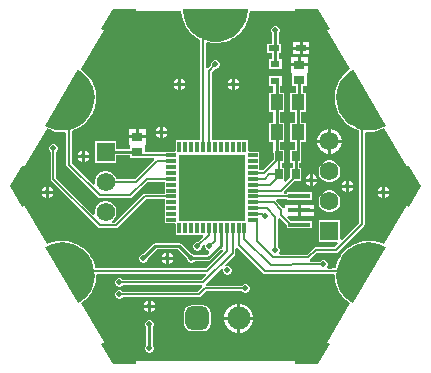
<source format=gbl>
G04*
G04 #@! TF.GenerationSoftware,Altium Limited,Altium Designer,25.8.1 (18)*
G04*
G04 Layer_Physical_Order=2*
G04 Layer_Color=16711680*
%FSLAX44Y44*%
%MOMM*%
G71*
G04*
G04 #@! TF.SameCoordinates,49EF26A0-86A8-49CD-8BE6-FAAFDC87ECF6*
G04*
G04*
G04 #@! TF.FilePolarity,Positive*
G04*
G01*
G75*
%ADD16C,0.2540*%
%ADD21R,0.6400X0.8900*%
G04:AMPARAMS|DCode=22|XSize=1mm|YSize=1mm|CornerRadius=0.5mm|HoleSize=0mm|Usage=FLASHONLY|Rotation=300.000|XOffset=0mm|YOffset=0mm|HoleType=Round|Shape=RoundedRectangle|*
%AMROUNDEDRECTD22*
21,1,1.0000,0.0000,0,0,300.0*
21,1,0.0000,1.0000,0,0,300.0*
1,1,1.0000,0.0000,0.0000*
1,1,1.0000,0.0000,0.0000*
1,1,1.0000,0.0000,0.0000*
1,1,1.0000,0.0000,0.0000*
%
%ADD22ROUNDEDRECTD22*%
G04:AMPARAMS|DCode=23|XSize=1mm|YSize=1mm|CornerRadius=0.5mm|HoleSize=0mm|Usage=FLASHONLY|Rotation=60.000|XOffset=0mm|YOffset=0mm|HoleType=Round|Shape=RoundedRectangle|*
%AMROUNDEDRECTD23*
21,1,1.0000,0.0000,0,0,60.0*
21,1,0.0000,1.0000,0,0,60.0*
1,1,1.0000,0.0000,0.0000*
1,1,1.0000,0.0000,0.0000*
1,1,1.0000,0.0000,0.0000*
1,1,1.0000,0.0000,0.0000*
%
%ADD23ROUNDEDRECTD23*%
G04:AMPARAMS|DCode=24|XSize=1mm|YSize=1mm|CornerRadius=0.5mm|HoleSize=0mm|Usage=FLASHONLY|Rotation=180.000|XOffset=0mm|YOffset=0mm|HoleType=Round|Shape=RoundedRectangle|*
%AMROUNDEDRECTD24*
21,1,1.0000,0.0000,0,0,180.0*
21,1,0.0000,1.0000,0,0,180.0*
1,1,1.0000,0.0000,0.0000*
1,1,1.0000,0.0000,0.0000*
1,1,1.0000,0.0000,0.0000*
1,1,1.0000,0.0000,0.0000*
%
%ADD24ROUNDEDRECTD24*%
%ADD32R,1.5900X1.5900*%
%ADD33C,1.5900*%
%ADD36C,1.5700*%
%ADD37R,1.5700X1.5700*%
%ADD38C,0.2032*%
%ADD39C,1.9500*%
G04:AMPARAMS|DCode=40|XSize=1.95mm|YSize=1.95mm|CornerRadius=0.4875mm|HoleSize=0mm|Usage=FLASHONLY|Rotation=0.000|XOffset=0mm|YOffset=0mm|HoleType=Round|Shape=RoundedRectangle|*
%AMROUNDEDRECTD40*
21,1,1.9500,0.9750,0,0,0.0*
21,1,0.9750,1.9500,0,0,0.0*
1,1,0.9750,0.4875,-0.4875*
1,1,0.9750,-0.4875,-0.4875*
1,1,0.9750,-0.4875,0.4875*
1,1,0.9750,0.4875,0.4875*
%
%ADD40ROUNDEDRECTD40*%
%ADD41C,0.5000*%
%ADD42R,0.9000X0.5000*%
%ADD43R,0.9500X0.8000*%
%ADD44R,1.9000X0.4001*%
%ADD45R,5.7000X5.7000*%
%ADD46R,0.8500X0.3000*%
%ADD47R,1.0922X1.3970*%
%ADD48R,0.8000X0.6000*%
%ADD49R,0.3000X0.8500*%
G36*
X27480Y150538D02*
X27520Y148348D01*
X26904Y144010D01*
X25609Y139824D01*
X23669Y135896D01*
X21131Y132324D01*
X18060Y129199D01*
X14534Y126599D01*
X10640Y124590D01*
X6478Y123222D01*
X2152Y122530D01*
X-2230Y122532D01*
X-6556Y123226D01*
X-10717Y124597D01*
X-14609Y126608D01*
X-18134Y129210D01*
X-21203Y132337D01*
X-23738Y135911D01*
X-25676Y139840D01*
X-26968Y144027D01*
X-27581Y148365D01*
X-27541Y150555D01*
X-27541Y150555D01*
X27480Y150538D01*
D02*
G37*
G36*
X96781Y133322D02*
X95288Y132410D01*
X94783Y132214D01*
X113854Y99181D01*
X113822Y99102D01*
X110372Y96402D01*
X110315Y96302D01*
X110211Y96254D01*
X107231Y93042D01*
X107191Y92934D01*
X107096Y92871D01*
X104662Y89228D01*
X104640Y89115D01*
X104555Y89037D01*
X102729Y85055D01*
X102724Y84940D01*
X102654Y84850D01*
X101480Y80629D01*
X101494Y80515D01*
X101438Y80414D01*
X100947Y76061D01*
X100979Y75950D01*
X100940Y75843D01*
X101144Y71466D01*
X101193Y71362D01*
X101172Y71249D01*
X102066Y66960D01*
X102130Y66866D01*
X102127Y66751D01*
X103688Y62657D01*
X103767Y62574D01*
X103782Y62460D01*
X105971Y58665D01*
X106062Y58595D01*
X106095Y58485D01*
X108858Y55085D01*
X108959Y55030D01*
X109008Y54927D01*
X112274Y52006D01*
X112382Y51968D01*
X112448Y51874D01*
X116134Y49507D01*
X116247Y49486D01*
X116327Y49404D01*
X120342Y47649D01*
X120456Y47647D01*
X120548Y47578D01*
X121570Y47314D01*
Y-30682D01*
X107148Y-45105D01*
X105740Y-44521D01*
Y-28880D01*
X87300D01*
Y-47320D01*
X102942D01*
X103525Y-48728D01*
X100704Y-51549D01*
X84876D01*
X83984Y-51726D01*
X83228Y-52231D01*
X77554Y-57905D01*
X54562D01*
X53930Y-56381D01*
X53996Y-56315D01*
X54570Y-54930D01*
Y-53430D01*
X53996Y-52045D01*
X53131Y-51179D01*
Y-27248D01*
X54655Y-26650D01*
X60350Y-32345D01*
Y-35589D01*
X81890D01*
Y-29049D01*
X63646D01*
X60866Y-26268D01*
X61449Y-24860D01*
X69850D01*
Y-20320D01*
Y-15780D01*
X59080D01*
Y-18251D01*
X57556Y-18714D01*
X57528Y-18672D01*
X51271Y-12415D01*
X51902Y-10891D01*
X60350D01*
Y-11591D01*
X81890D01*
Y-5051D01*
X60350D01*
Y-6229D01*
X58272D01*
X57641Y-4705D01*
X66786Y4440D01*
X72430D01*
Y15880D01*
X70550D01*
Y19680D01*
X72430D01*
Y27640D01*
X72624Y27930D01*
X72821Y28921D01*
Y37465D01*
X76962D01*
Y53975D01*
X72821D01*
Y62865D01*
X76962D01*
Y79375D01*
X73710D01*
Y85000D01*
X77140D01*
Y94706D01*
X77140Y95540D01*
X78378Y96230D01*
X78410D01*
Y101500D01*
X71120D01*
Y102770D01*
D01*
Y101500D01*
X63830D01*
Y96230D01*
X63862D01*
X65100Y95540D01*
X65100Y94706D01*
Y85000D01*
X68530D01*
Y79375D01*
X63500D01*
Y62865D01*
X67641D01*
Y53975D01*
X63500D01*
Y37465D01*
X67641D01*
Y31120D01*
X63490D01*
Y19680D01*
X65370D01*
Y15880D01*
X63490D01*
Y7736D01*
X59784Y4031D01*
X58430Y4832D01*
Y15880D01*
X56291D01*
Y19680D01*
X58430D01*
Y31120D01*
X54279D01*
Y37465D01*
X58420D01*
Y53975D01*
X54279D01*
Y62865D01*
X58420D01*
Y79375D01*
X54279D01*
Y85250D01*
X56070D01*
Y93790D01*
X45530D01*
Y85250D01*
X49099D01*
Y79375D01*
X44958D01*
Y62865D01*
X49099D01*
Y53975D01*
X44958D01*
Y37465D01*
X49099D01*
Y28921D01*
X49296Y27930D01*
X49490Y27640D01*
Y22976D01*
X40285Y13771D01*
X37040D01*
Y18670D01*
Y29210D01*
X28060D01*
Y29980D01*
X27290D01*
Y38960D01*
X-3149D01*
Y96855D01*
X-474Y99530D01*
X750D01*
X2136Y100104D01*
X3196Y101165D01*
X3770Y102550D01*
Y104050D01*
X3196Y105435D01*
X2136Y106496D01*
X750Y107070D01*
X-750D01*
X-2136Y106496D01*
X-3196Y105435D01*
X-3770Y104050D01*
Y102826D01*
X-6625Y99971D01*
X-8149Y100602D01*
Y121079D01*
X-7445Y121588D01*
X-6988Y121779D01*
X-6625Y121845D01*
X-2448Y121174D01*
X-2336Y121201D01*
X-2230Y121157D01*
X2151Y121156D01*
X2257Y121200D01*
X2369Y121173D01*
X6695Y121865D01*
X6793Y121925D01*
X6907Y121916D01*
X11070Y123284D01*
X11157Y123359D01*
X11271Y123368D01*
X15164Y125378D01*
X15238Y125465D01*
X15350Y125493D01*
X18876Y128092D01*
X18936Y128191D01*
X19041Y128236D01*
X22112Y131361D01*
X22155Y131467D01*
X22252Y131528D01*
X24790Y135100D01*
X24815Y135211D01*
X24901Y135287D01*
X26842Y139215D01*
X26849Y139330D01*
X26923Y139418D01*
X28217Y143604D01*
X28206Y143718D01*
X28265Y143817D01*
X28881Y148154D01*
X28912Y148195D01*
X67145D01*
X67059Y148751D01*
X67106Y150500D01*
X86888D01*
X96781Y133322D01*
D02*
G37*
G36*
X144082Y51421D02*
X142205Y50292D01*
X138140Y48656D01*
X133868Y47684D01*
X129496Y47400D01*
X125134Y47812D01*
X120892Y48909D01*
X116877Y50663D01*
X113190Y53031D01*
X109925Y55951D01*
X107162Y59352D01*
X104973Y63147D01*
X103411Y67241D01*
X102517Y71530D01*
X102313Y75907D01*
X102804Y80260D01*
X103978Y84482D01*
X105805Y88464D01*
X108239Y92107D01*
X111219Y95319D01*
X114669Y98019D01*
X116586Y99079D01*
X116586D01*
X144082Y51421D01*
D02*
G37*
G36*
X142825Y49002D02*
X161906Y15952D01*
X162322Y16285D01*
X163860Y17118D01*
X163860Y17118D01*
X173750Y-13D01*
X163820Y-17170D01*
X162284Y-16333D01*
X161876Y-16004D01*
X142786Y-49069D01*
X142764Y-49072D01*
X138701Y-47434D01*
X138586Y-47435D01*
X138492Y-47369D01*
X134221Y-46394D01*
X134108Y-46413D01*
X134005Y-46363D01*
X129633Y-46076D01*
X129524Y-46113D01*
X129415Y-46079D01*
X125053Y-46488D01*
X124951Y-46542D01*
X124838Y-46526D01*
X120595Y-47620D01*
X120504Y-47689D01*
X120389Y-47691D01*
X116373Y-49443D01*
X116293Y-49525D01*
X116180Y-49546D01*
X112492Y-51911D01*
X112427Y-52005D01*
X112318Y-52043D01*
X109051Y-54961D01*
X109001Y-55065D01*
X108900Y-55119D01*
X106136Y-58518D01*
X106103Y-58628D01*
X106012Y-58698D01*
X103820Y-62492D01*
X103805Y-62605D01*
X103726Y-62689D01*
X102162Y-66781D01*
X102165Y-66896D01*
X102101Y-66991D01*
X101624Y-69270D01*
X99743D01*
X98851Y-69448D01*
X98376Y-69765D01*
X95202D01*
X94570Y-68241D01*
X94636Y-68176D01*
X95210Y-66790D01*
Y-65290D01*
X94636Y-63905D01*
X93575Y-62844D01*
X92190Y-62270D01*
X90690D01*
X89305Y-62844D01*
X88439Y-63709D01*
X79993D01*
X79717Y-62185D01*
X80168Y-61884D01*
X85842Y-56210D01*
X101670D01*
X102561Y-56033D01*
X103318Y-55528D01*
X125549Y-33296D01*
X126055Y-32540D01*
X126232Y-31648D01*
Y45196D01*
X127359Y46221D01*
X129367Y46032D01*
X129476Y46066D01*
X129585Y46029D01*
X133957Y46312D01*
X134060Y46363D01*
X134173Y46344D01*
X138445Y47316D01*
X138539Y47382D01*
X138653Y47381D01*
X142718Y49016D01*
X142825Y49002D01*
D02*
G37*
G36*
X-114685Y97957D02*
X-111236Y95255D01*
X-108259Y92041D01*
X-105827Y88396D01*
X-104003Y84413D01*
X-102831Y80191D01*
X-102343Y75837D01*
X-102550Y71460D01*
X-103447Y67172D01*
X-105011Y63079D01*
X-107202Y59285D01*
X-109967Y55886D01*
X-113234Y52968D01*
X-116923Y50602D01*
X-120939Y48851D01*
X-125181Y47757D01*
X-129543Y47348D01*
X-133915Y47634D01*
X-138187Y48609D01*
X-142250Y50247D01*
X-144127Y51377D01*
X-144127Y51377D01*
X-116601Y99018D01*
X-114685Y97957D01*
D02*
G37*
G36*
X-67041Y150492D02*
X-66999Y148743D01*
X-67084Y148195D01*
X-28960D01*
X-28942Y148172D01*
X-28329Y143834D01*
X-28271Y143736D01*
X-28282Y143621D01*
X-26990Y139435D01*
X-26917Y139347D01*
X-26909Y139232D01*
X-24971Y135303D01*
X-24885Y135227D01*
X-24860Y135115D01*
X-22324Y131542D01*
X-22227Y131481D01*
X-22184Y131375D01*
X-19115Y128247D01*
X-19010Y128203D01*
X-18951Y128104D01*
X-15426Y125502D01*
X-15315Y125475D01*
X-15240Y125387D01*
X-12811Y124131D01*
Y38960D01*
X-33250D01*
Y29980D01*
X-34020D01*
Y29210D01*
X-43000D01*
Y28771D01*
X-60020D01*
X-60020Y34580D01*
X-58782Y35270D01*
X-58750D01*
Y40540D01*
X-73330D01*
Y35270D01*
X-73298D01*
X-72060Y34580D01*
X-72060Y33746D01*
Y31692D01*
X-83883D01*
Y38222D01*
X-102123D01*
Y19982D01*
X-83883D01*
Y26513D01*
X-72060D01*
Y24040D01*
X-60020D01*
Y24109D01*
X-52462D01*
X-51831Y22585D01*
X-68383Y6033D01*
X-84186D01*
X-84505Y7222D01*
X-85706Y9302D01*
X-87404Y11000D01*
X-89483Y12201D01*
X-91803Y12822D01*
X-94204D01*
X-96524Y12201D01*
X-98603Y11000D01*
X-100301Y9302D01*
X-101502Y7222D01*
X-102123Y4903D01*
Y2502D01*
X-101992Y2012D01*
X-103359Y1223D01*
X-121570Y19435D01*
Y47268D01*
X-120595Y47520D01*
X-120504Y47589D01*
X-120389Y47591D01*
X-116373Y49342D01*
X-116293Y49425D01*
X-116181Y49445D01*
X-112492Y51810D01*
X-112427Y51905D01*
X-112319Y51942D01*
X-109051Y54861D01*
X-109001Y54964D01*
X-108900Y55019D01*
X-106136Y58418D01*
X-106103Y58528D01*
X-106012Y58598D01*
X-103820Y62391D01*
X-103805Y62505D01*
X-103727Y62588D01*
X-102163Y66681D01*
X-102166Y66796D01*
X-102101Y66890D01*
X-101204Y71179D01*
X-101226Y71292D01*
X-101177Y71396D01*
X-100970Y75772D01*
X-101009Y75880D01*
X-100977Y75990D01*
X-101465Y80344D01*
X-101521Y80444D01*
X-101507Y80558D01*
X-102678Y84780D01*
X-102748Y84871D01*
X-102753Y84985D01*
X-104577Y88969D01*
X-104661Y89047D01*
X-104683Y89159D01*
X-107115Y92804D01*
X-107210Y92867D01*
X-107250Y92975D01*
X-110228Y96189D01*
X-110332Y96237D01*
X-110388Y96337D01*
X-113837Y99039D01*
X-113878Y99139D01*
X-94752Y132267D01*
X-95265Y132467D01*
X-96756Y133382D01*
X-96756Y133382D01*
X-86865Y150513D01*
X-67041Y150492D01*
D02*
G37*
G36*
X-138701Y47334D02*
X-138586Y47335D01*
X-138493Y47268D01*
X-134221Y46294D01*
X-134108Y46313D01*
X-134005Y46262D01*
X-129633Y45976D01*
X-129525Y46013D01*
X-129415Y45979D01*
X-127359Y46172D01*
X-126232Y45146D01*
Y18470D01*
X-126055Y17578D01*
X-125549Y16822D01*
X-99376Y-9352D01*
X-98620Y-9857D01*
X-97728Y-10034D01*
X-72358D01*
X-71466Y-9857D01*
X-70710Y-9352D01*
X-57305Y4053D01*
X-43000D01*
Y-6229D01*
X-59360D01*
X-60252Y-6407D01*
X-61008Y-6912D01*
X-84869Y-30773D01*
X-87434D01*
X-87843Y-29249D01*
X-87404Y-28995D01*
X-85706Y-27297D01*
X-84505Y-25218D01*
X-83883Y-22898D01*
Y-20497D01*
X-84505Y-18177D01*
X-85706Y-16098D01*
X-87404Y-14400D01*
X-89483Y-13199D01*
X-91803Y-12578D01*
X-94204D01*
X-96524Y-13199D01*
X-98603Y-14400D01*
X-100301Y-16098D01*
X-101502Y-18177D01*
X-102123Y-20497D01*
Y-22898D01*
X-101992Y-23388D01*
X-103359Y-24177D01*
X-134829Y7294D01*
Y29179D01*
X-133964Y30045D01*
X-133390Y31430D01*
Y32930D01*
X-133964Y34316D01*
X-135024Y35376D01*
X-136410Y35950D01*
X-137910D01*
X-139296Y35376D01*
X-140356Y34316D01*
X-140930Y32930D01*
Y31430D01*
X-140356Y30045D01*
X-139491Y29179D01*
Y6328D01*
X-139313Y5436D01*
X-138808Y4680D01*
X-99376Y-34752D01*
X-98620Y-35257D01*
X-97728Y-35434D01*
X-83904D01*
X-83012Y-35257D01*
X-82255Y-34752D01*
X-58395Y-10891D01*
X-43000D01*
Y-21330D01*
Y-31330D01*
X-34020D01*
Y-32100D01*
X-33250D01*
Y-41080D01*
X-10807D01*
X-10224Y-42488D01*
X-14766Y-47030D01*
X-15990D01*
X-17376Y-47604D01*
X-18436Y-48664D01*
X-19010Y-50050D01*
Y-51550D01*
X-18436Y-52936D01*
X-17376Y-53996D01*
X-15990Y-54570D01*
X-14490D01*
X-13104Y-53996D01*
X-12044Y-52936D01*
X-11470Y-51550D01*
Y-50326D01*
X-10009Y-48865D01*
X-8717Y-49728D01*
X-8850Y-50050D01*
Y-51550D01*
X-8276Y-52936D01*
X-7215Y-53996D01*
X-5830Y-54570D01*
X-5744D01*
X-5113Y-56094D01*
X-7389Y-58370D01*
X-17578D01*
X-18184Y-57764D01*
X-19570Y-57190D01*
X-20427D01*
X-28649Y-48969D01*
X-29489Y-48407D01*
X-30480Y-48210D01*
X-50800D01*
X-51791Y-48407D01*
X-52631Y-48969D01*
X-60852Y-57190D01*
X-61710D01*
X-63095Y-57764D01*
X-64156Y-58825D01*
X-64730Y-60210D01*
Y-61710D01*
X-64156Y-63095D01*
X-63095Y-64156D01*
X-61710Y-64730D01*
X-60210D01*
X-58825Y-64156D01*
X-57764Y-63095D01*
X-57190Y-61710D01*
Y-60852D01*
X-49727Y-53390D01*
X-31553D01*
X-24090Y-60852D01*
Y-61710D01*
X-23516Y-63095D01*
X-22455Y-64156D01*
X-21070Y-64730D01*
X-19570D01*
X-18184Y-64156D01*
X-17578Y-63550D01*
X-6316D01*
X-5325Y-63353D01*
X-4485Y-62791D01*
X4757Y-53549D01*
X6401Y-54060D01*
X6508Y-54640D01*
X-8022Y-69170D01*
X-101605D01*
X-102066Y-66960D01*
X-102130Y-66866D01*
X-102127Y-66751D01*
X-103688Y-62657D01*
X-103767Y-62574D01*
X-103782Y-62460D01*
X-105972Y-58665D01*
X-106062Y-58595D01*
X-106095Y-58485D01*
X-108858Y-55085D01*
X-108959Y-55030D01*
X-109008Y-54927D01*
X-112274Y-52006D01*
X-112382Y-51968D01*
X-112448Y-51874D01*
X-116134Y-49507D01*
X-116247Y-49486D01*
X-116327Y-49404D01*
X-120342Y-47649D01*
X-120456Y-47647D01*
X-120548Y-47578D01*
X-124790Y-46481D01*
X-124903Y-46497D01*
X-125005Y-46444D01*
X-129367Y-46032D01*
X-129476Y-46066D01*
X-129585Y-46029D01*
X-133957Y-46312D01*
X-134060Y-46363D01*
X-134173Y-46344D01*
X-138445Y-47316D01*
X-138539Y-47382D01*
X-138653Y-47381D01*
X-142718Y-49016D01*
X-142825Y-49002D01*
X-161906Y-15952D01*
X-162322Y-16285D01*
X-163860Y-17118D01*
Y-17118D01*
X-173750Y13D01*
X-163820Y17170D01*
X-162284Y16333D01*
X-161876Y16004D01*
X-142849Y48960D01*
X-142764Y48972D01*
X-138701Y47334D01*
D02*
G37*
G36*
X39968Y-73744D02*
X40724Y-74249D01*
X41616Y-74427D01*
X99249D01*
X99515Y-74374D01*
X100806Y-75246D01*
X100987Y-75517D01*
X100970Y-75872D01*
X101009Y-75980D01*
X100977Y-76090D01*
X101465Y-80444D01*
X101521Y-80545D01*
X101507Y-80659D01*
X102678Y-84881D01*
X102748Y-84971D01*
X102753Y-85085D01*
X104577Y-89069D01*
X104661Y-89147D01*
X104683Y-89259D01*
X107115Y-92904D01*
X107210Y-92968D01*
X107250Y-93075D01*
X110228Y-96289D01*
X110332Y-96337D01*
X110388Y-96437D01*
X113837Y-99139D01*
X113854Y-99181D01*
X94752Y-132267D01*
X95265Y-132467D01*
X96756Y-133382D01*
X86865Y-150513D01*
X67041Y-150492D01*
X66999Y-148743D01*
X67084Y-148195D01*
X-67145D01*
X-67059Y-148751D01*
X-67106Y-150500D01*
Y-150500D01*
X-86888D01*
X-96781Y-133322D01*
X-95288Y-132410D01*
X-94783Y-132214D01*
X-113854Y-99181D01*
X-113822Y-99102D01*
X-110372Y-96402D01*
X-110315Y-96302D01*
X-110211Y-96254D01*
X-107231Y-93042D01*
X-107191Y-92934D01*
X-107096Y-92871D01*
X-104662Y-89228D01*
X-104640Y-89115D01*
X-104556Y-89037D01*
X-102729Y-85055D01*
X-102724Y-84940D01*
X-102654Y-84850D01*
X-101480Y-80629D01*
X-101494Y-80515D01*
X-101438Y-80414D01*
X-100947Y-76061D01*
X-100979Y-75950D01*
X-100940Y-75843D01*
X-100983Y-74934D01*
X-99930Y-73832D01*
X-8373D01*
X-7742Y-75356D01*
X-11335Y-78949D01*
X-78279D01*
X-79145Y-78084D01*
X-80530Y-77510D01*
X-82030D01*
X-83415Y-78084D01*
X-84476Y-79145D01*
X-85050Y-80530D01*
Y-82030D01*
X-84476Y-83415D01*
X-83415Y-84476D01*
X-82030Y-85050D01*
X-80530D01*
X-79145Y-84476D01*
X-78279Y-83611D01*
X-11653D01*
X-11055Y-85135D01*
X-15029Y-89109D01*
X-78279D01*
X-79145Y-88244D01*
X-80530Y-87670D01*
X-82030D01*
X-83415Y-88244D01*
X-84476Y-89305D01*
X-85050Y-90690D01*
Y-92190D01*
X-84476Y-93575D01*
X-83415Y-94636D01*
X-82030Y-95210D01*
X-80530D01*
X-79145Y-94636D01*
X-78279Y-93771D01*
X-14064D01*
X-13172Y-93593D01*
X-12416Y-93088D01*
X-8019Y-88691D01*
X22399D01*
X23265Y-89556D01*
X24650Y-90130D01*
X26150D01*
X27536Y-89556D01*
X28596Y-88496D01*
X29170Y-87110D01*
Y-85610D01*
X28596Y-84225D01*
X27536Y-83164D01*
X26150Y-82590D01*
X24650D01*
X23265Y-83164D01*
X22399Y-84029D01*
X-7701D01*
X-8299Y-82505D01*
X5380Y-68827D01*
X6672Y-69690D01*
X6390Y-70370D01*
Y-71870D01*
X6964Y-73256D01*
X8025Y-74316D01*
X9410Y-74890D01*
X10910D01*
X12296Y-74316D01*
X13356Y-73256D01*
X13930Y-71870D01*
Y-70370D01*
X13356Y-68984D01*
X12296Y-67924D01*
X10910Y-67350D01*
X9410D01*
X8730Y-67632D01*
X7867Y-66340D01*
X16168Y-58038D01*
X16673Y-57282D01*
X16851Y-56390D01*
Y-52782D01*
X18375Y-52151D01*
X39968Y-73744D01*
D02*
G37*
G36*
X-125134Y-47812D02*
X-120892Y-48909D01*
X-116877Y-50663D01*
X-113190Y-53031D01*
X-109925Y-55951D01*
X-107162Y-59352D01*
X-104973Y-63147D01*
X-103411Y-67241D01*
X-102517Y-71530D01*
X-102313Y-75907D01*
X-102804Y-80260D01*
X-103978Y-84482D01*
X-105805Y-88464D01*
X-108239Y-92107D01*
X-111219Y-95319D01*
X-114669Y-98019D01*
X-116586Y-99079D01*
Y-99079D01*
X-144082Y-51421D01*
X-142205Y-50292D01*
X-138140Y-48656D01*
X-133868Y-47684D01*
X-129496Y-47401D01*
X-125134Y-47812D01*
D02*
G37*
G36*
X133915Y-47734D02*
X138187Y-48709D01*
X142250Y-50347D01*
X144127Y-51477D01*
X116601Y-99118D01*
X114685Y-98057D01*
X111236Y-95355D01*
X108258Y-92141D01*
X105827Y-88497D01*
X104002Y-84513D01*
X102831Y-80291D01*
X102343Y-75937D01*
X102550Y-71561D01*
X103446Y-67272D01*
X105010Y-63179D01*
X107202Y-59386D01*
X109967Y-55987D01*
X113234Y-53068D01*
X116922Y-50703D01*
X120938Y-48951D01*
X125181Y-47857D01*
X129543Y-47448D01*
X133915Y-47734D01*
D02*
G37*
%LPC*%
G36*
X79500Y121880D02*
X73730D01*
Y118110D01*
X79500D01*
Y121880D01*
D02*
G37*
G36*
X71190D02*
X65420D01*
Y118110D01*
X71190D01*
Y121880D01*
D02*
G37*
G36*
X79500Y115570D02*
X73730D01*
Y111800D01*
X79500D01*
Y115570D01*
D02*
G37*
G36*
X71190D02*
X65420D01*
Y111800D01*
X71190D01*
Y115570D01*
D02*
G37*
G36*
X78410Y109310D02*
X72390D01*
Y104040D01*
X78410D01*
Y109310D01*
D02*
G37*
G36*
X69850D02*
X63830D01*
Y104040D01*
X69850D01*
Y109310D01*
D02*
G37*
G36*
X51550Y135850D02*
X50050D01*
X48664Y135276D01*
X47604Y134215D01*
X47030Y132830D01*
Y131330D01*
X47604Y129944D01*
X48210Y129338D01*
Y120610D01*
X43690D01*
Y113070D01*
X48210D01*
Y107790D01*
X45530D01*
Y99250D01*
X56070D01*
Y107790D01*
X53390D01*
Y113070D01*
X55230D01*
Y120610D01*
X53390D01*
Y129338D01*
X53996Y129944D01*
X54570Y131330D01*
Y132830D01*
X53996Y134215D01*
X52936Y135276D01*
X51550Y135850D01*
D02*
G37*
G36*
X16510Y91289D02*
Y87630D01*
X20169D01*
X19513Y89215D01*
X18095Y90633D01*
X16510Y91289D01*
D02*
G37*
G36*
X13970D02*
X12385Y90633D01*
X10967Y89215D01*
X10311Y87630D01*
X13970D01*
Y91289D01*
D02*
G37*
G36*
X20169Y85090D02*
X16510D01*
Y81431D01*
X18095Y82087D01*
X19513Y83505D01*
X20169Y85090D01*
D02*
G37*
G36*
X13970D02*
X10311D01*
X10967Y83505D01*
X12385Y82087D01*
X13970Y81431D01*
Y85090D01*
D02*
G37*
G36*
X97901Y48590D02*
X97790D01*
Y39370D01*
X107010D01*
Y39481D01*
X106295Y42149D01*
X104914Y44541D01*
X102961Y46494D01*
X100569Y47875D01*
X97901Y48590D01*
D02*
G37*
G36*
X95250D02*
X95139D01*
X92471Y47875D01*
X90079Y46494D01*
X88126Y44541D01*
X86745Y42149D01*
X86030Y39481D01*
Y39370D01*
X95250D01*
Y48590D01*
D02*
G37*
G36*
X107010Y36830D02*
X97790D01*
Y27610D01*
X97901D01*
X100569Y28325D01*
X102961Y29706D01*
X104914Y31659D01*
X106295Y34051D01*
X107010Y36719D01*
Y36830D01*
D02*
G37*
G36*
X95250D02*
X86030D01*
Y36719D01*
X86745Y34051D01*
X88126Y31659D01*
X90079Y29706D01*
X92471Y28325D01*
X95139Y27610D01*
X95250D01*
Y36830D01*
D02*
G37*
G36*
X82465Y10228D02*
Y6568D01*
X86124D01*
X85468Y8153D01*
X84050Y9571D01*
X82465Y10228D01*
D02*
G37*
G36*
X79925D02*
X78340Y9571D01*
X76922Y8153D01*
X76266Y6568D01*
X79925D01*
Y10228D01*
D02*
G37*
G36*
X97734Y21920D02*
X95306D01*
X92961Y21292D01*
X90859Y20078D01*
X89142Y18361D01*
X87928Y16259D01*
X87300Y13914D01*
Y11486D01*
X87928Y9141D01*
X89142Y7039D01*
X90859Y5322D01*
X92961Y4108D01*
X95306Y3480D01*
X97734D01*
X100079Y4108D01*
X102181Y5322D01*
X103898Y7039D01*
X105112Y9141D01*
X105740Y11486D01*
Y13914D01*
X105112Y16259D01*
X103898Y18361D01*
X102181Y20078D01*
X100079Y21292D01*
X97734Y21920D01*
D02*
G37*
G36*
X113030Y4929D02*
Y1270D01*
X116689D01*
X116033Y2855D01*
X114615Y4273D01*
X113030Y4929D01*
D02*
G37*
G36*
X110490D02*
X108905Y4273D01*
X107487Y2855D01*
X106831Y1270D01*
X110490D01*
Y4929D01*
D02*
G37*
G36*
X86124Y4028D02*
X82465D01*
Y369D01*
X84050Y1026D01*
X85468Y2444D01*
X86124Y4028D01*
D02*
G37*
G36*
X79925D02*
X76266D01*
X76922Y2444D01*
X78340Y1026D01*
X79925Y369D01*
Y4028D01*
D02*
G37*
G36*
X116689Y-1270D02*
X113030D01*
Y-4929D01*
X114615Y-4273D01*
X116033Y-2855D01*
X116689Y-1270D01*
D02*
G37*
G36*
X110490D02*
X106831D01*
X107487Y-2855D01*
X108905Y-4273D01*
X110490Y-4929D01*
Y-1270D01*
D02*
G37*
G36*
X83160Y-15780D02*
X72390D01*
Y-19050D01*
X83160D01*
Y-15780D01*
D02*
G37*
G36*
X97734Y-3480D02*
X95306D01*
X92961Y-4108D01*
X90859Y-5322D01*
X89142Y-7039D01*
X87928Y-9141D01*
X87300Y-11486D01*
Y-13914D01*
X87928Y-16259D01*
X89142Y-18361D01*
X90859Y-20078D01*
X92961Y-21292D01*
X95306Y-21920D01*
X97734D01*
X100079Y-21292D01*
X102181Y-20078D01*
X103898Y-18361D01*
X105112Y-16259D01*
X105740Y-13914D01*
Y-11486D01*
X105112Y-9141D01*
X103898Y-7039D01*
X102181Y-5322D01*
X100079Y-4108D01*
X97734Y-3480D01*
D02*
G37*
G36*
X83160Y-21590D02*
X72390D01*
Y-24860D01*
X83160D01*
Y-21590D01*
D02*
G37*
G36*
X143510Y-151D02*
Y-3810D01*
X147169D01*
X146513Y-2225D01*
X145095Y-807D01*
X143510Y-151D01*
D02*
G37*
G36*
X140970D02*
X139385Y-807D01*
X137967Y-2225D01*
X137311Y-3810D01*
X140970D01*
Y-151D01*
D02*
G37*
G36*
X147169Y-6350D02*
X143510D01*
Y-10009D01*
X145095Y-9353D01*
X146513Y-7935D01*
X147169Y-6350D01*
D02*
G37*
G36*
X140970D02*
X137311D01*
X137967Y-7935D01*
X139385Y-9353D01*
X140970Y-10009D01*
Y-6350D01*
D02*
G37*
G36*
X-29210Y91289D02*
Y87630D01*
X-25551D01*
X-26207Y89215D01*
X-27625Y90633D01*
X-29210Y91289D01*
D02*
G37*
G36*
X-31750D02*
X-33335Y90633D01*
X-34753Y89215D01*
X-35409Y87630D01*
X-31750D01*
Y91289D01*
D02*
G37*
G36*
X-25551Y85090D02*
X-29210D01*
Y81431D01*
X-27625Y82087D01*
X-26207Y83505D01*
X-25551Y85090D01*
D02*
G37*
G36*
X-31750D02*
X-35409D01*
X-34753Y83505D01*
X-33335Y82087D01*
X-31750Y81431D01*
Y85090D01*
D02*
G37*
G36*
X-44450Y50649D02*
Y46990D01*
X-40791D01*
X-41447Y48575D01*
X-42865Y49993D01*
X-44450Y50649D01*
D02*
G37*
G36*
X-46990D02*
X-48575Y49993D01*
X-49993Y48575D01*
X-50649Y46990D01*
X-46990D01*
Y50649D01*
D02*
G37*
G36*
X-58750Y48350D02*
X-64770D01*
Y43080D01*
X-58750D01*
Y48350D01*
D02*
G37*
G36*
X-67310D02*
X-73330D01*
Y43080D01*
X-67310D01*
Y48350D01*
D02*
G37*
G36*
X-40791Y44450D02*
X-44450D01*
Y40791D01*
X-42865Y41447D01*
X-41447Y42865D01*
X-40791Y44450D01*
D02*
G37*
G36*
X-46990D02*
X-50649D01*
X-49993Y42865D01*
X-48575Y41447D01*
X-46990Y40791D01*
Y44450D01*
D02*
G37*
G36*
X-110490Y30329D02*
Y26670D01*
X-106831D01*
X-107487Y28255D01*
X-108905Y29673D01*
X-110490Y30329D01*
D02*
G37*
G36*
X-113030D02*
X-114615Y29673D01*
X-116033Y28255D01*
X-116689Y26670D01*
X-113030D01*
Y30329D01*
D02*
G37*
G36*
X-106831Y24130D02*
X-110490D01*
Y20471D01*
X-108905Y21127D01*
X-107487Y22545D01*
X-106831Y24130D01*
D02*
G37*
G36*
X-113030D02*
X-116689D01*
X-116033Y22545D01*
X-114615Y21127D01*
X-113030Y20471D01*
Y24130D01*
D02*
G37*
G36*
X-140970Y-151D02*
Y-3810D01*
X-137311D01*
X-137967Y-2225D01*
X-139385Y-807D01*
X-140970Y-151D01*
D02*
G37*
G36*
X-143510D02*
X-145095Y-807D01*
X-146513Y-2225D01*
X-147169Y-3810D01*
X-143510D01*
Y-151D01*
D02*
G37*
G36*
X-137311Y-6350D02*
X-140970D01*
Y-10009D01*
X-139385Y-9353D01*
X-137967Y-7935D01*
X-137311Y-6350D01*
D02*
G37*
G36*
X-143510D02*
X-147169D01*
X-146513Y-7935D01*
X-145095Y-9353D01*
X-143510Y-10009D01*
Y-6350D01*
D02*
G37*
G36*
X-39370Y-56031D02*
Y-59690D01*
X-35711D01*
X-36367Y-58105D01*
X-37785Y-56687D01*
X-39370Y-56031D01*
D02*
G37*
G36*
X-41910D02*
X-43495Y-56687D01*
X-44913Y-58105D01*
X-45569Y-59690D01*
X-41910D01*
Y-56031D01*
D02*
G37*
G36*
X-35711Y-62230D02*
X-39370D01*
Y-65889D01*
X-37785Y-65233D01*
X-36367Y-63815D01*
X-35711Y-62230D01*
D02*
G37*
G36*
X-41910D02*
X-45569D01*
X-44913Y-63815D01*
X-43495Y-65233D01*
X-41910Y-65889D01*
Y-62230D01*
D02*
G37*
G36*
X-54610Y-96671D02*
Y-100330D01*
X-50951D01*
X-51607Y-98745D01*
X-53025Y-97327D01*
X-54610Y-96671D01*
D02*
G37*
G36*
X-57150D02*
X-58735Y-97327D01*
X-60153Y-98745D01*
X-60809Y-100330D01*
X-57150D01*
Y-96671D01*
D02*
G37*
G36*
X-50951Y-102870D02*
X-54610D01*
Y-106529D01*
X-53025Y-105873D01*
X-51607Y-104455D01*
X-50951Y-102870D01*
D02*
G37*
G36*
X-57150D02*
X-60809D01*
X-60153Y-104455D01*
X-58735Y-105873D01*
X-57150Y-106529D01*
Y-102870D01*
D02*
G37*
G36*
X21378Y-99470D02*
X21030D01*
Y-110490D01*
X32050D01*
Y-110142D01*
X31212Y-107016D01*
X29594Y-104214D01*
X27306Y-101926D01*
X24504Y-100308D01*
X21378Y-99470D01*
D02*
G37*
G36*
X18490D02*
X18142D01*
X15016Y-100308D01*
X12214Y-101926D01*
X9926Y-104214D01*
X8307Y-107016D01*
X7470Y-110142D01*
Y-110490D01*
X18490D01*
Y-99470D01*
D02*
G37*
G36*
X-10365Y-100620D02*
X-20115D01*
X-22513Y-101096D01*
X-24545Y-102455D01*
X-25903Y-104487D01*
X-26380Y-106885D01*
Y-116635D01*
X-25903Y-119033D01*
X-24545Y-121065D01*
X-22513Y-122423D01*
X-20115Y-122900D01*
X-10365D01*
X-7967Y-122423D01*
X-5935Y-121065D01*
X-4577Y-119033D01*
X-4100Y-116635D01*
Y-106885D01*
X-4577Y-104487D01*
X-5935Y-102455D01*
X-7967Y-101096D01*
X-10365Y-100620D01*
D02*
G37*
G36*
X32050Y-113030D02*
X21030D01*
Y-124050D01*
X21378D01*
X24504Y-123212D01*
X27306Y-121594D01*
X29594Y-119306D01*
X31212Y-116504D01*
X32050Y-113378D01*
Y-113030D01*
D02*
G37*
G36*
X18490D02*
X7470D01*
Y-113378D01*
X8307Y-116504D01*
X9926Y-119306D01*
X12214Y-121594D01*
X15016Y-123212D01*
X18142Y-124050D01*
X18490D01*
Y-113030D01*
D02*
G37*
G36*
X-55130Y-113070D02*
X-56630D01*
X-58015Y-113644D01*
X-59076Y-114705D01*
X-59650Y-116090D01*
Y-117590D01*
X-59076Y-118975D01*
X-58470Y-119582D01*
Y-134418D01*
X-59076Y-135024D01*
X-59650Y-136410D01*
Y-137910D01*
X-59076Y-139296D01*
X-58015Y-140356D01*
X-56630Y-140930D01*
X-55130D01*
X-53745Y-140356D01*
X-52684Y-139296D01*
X-52110Y-137910D01*
Y-136410D01*
X-52684Y-135024D01*
X-53290Y-134418D01*
Y-119582D01*
X-52684Y-118975D01*
X-52110Y-117590D01*
Y-116090D01*
X-52684Y-114705D01*
X-53745Y-113644D01*
X-55130Y-113070D01*
D02*
G37*
%LPD*%
D16*
X-66511Y122391D02*
X-66040Y121920D01*
X49460Y116840D02*
X49570D01*
X50800Y118070D01*
Y132080D01*
X-55880Y-137160D02*
Y-116840D01*
X-20320Y-60960D02*
X-6316D01*
X4520Y-50124D01*
Y-35560D01*
X-30480Y-50800D02*
X-20320Y-60960D01*
X-50800Y-50800D02*
X-30480D01*
X-60960Y-60960D02*
X-50800Y-50800D01*
X53960Y25400D02*
Y26650D01*
X51689Y28921D02*
X53960Y26650D01*
X51689Y28921D02*
Y45720D01*
X67960Y10160D02*
Y25400D01*
X70231Y28921D02*
Y45720D01*
Y71120D01*
X71120Y72009D02*
Y90270D01*
X50800Y103520D02*
Y115500D01*
X51689Y71120D02*
Y88631D01*
Y45720D02*
Y71120D01*
X-66248Y29102D02*
X-66040Y29310D01*
X-93003Y29102D02*
X-66248D01*
D21*
X67960Y10160D02*
D03*
X53960D02*
D03*
X67960Y25400D02*
D03*
X53960D02*
D03*
D22*
X165199Y0D02*
D03*
X-165199D02*
D03*
X-123901Y71501D02*
D03*
X123901Y-71601D02*
D03*
D23*
X82601Y-143101D02*
D03*
X-82601Y143101D02*
D03*
X0D02*
D03*
D24*
X82601D02*
D03*
X-82601Y-143101D02*
D03*
X-123901Y-71501D02*
D03*
X123901Y71501D02*
D03*
D32*
X96520Y-38100D02*
D03*
D33*
Y-12700D02*
D03*
Y12700D02*
D03*
Y38100D02*
D03*
D36*
X-93003Y-21698D02*
D03*
Y3702D02*
D03*
D37*
Y29102D02*
D03*
D38*
X64872Y-66040D02*
X91440D01*
X-480Y-46200D02*
Y-35560D01*
X-5080Y-50800D02*
X-480Y-46200D01*
X-14064Y-91440D02*
X-8984Y-86360D01*
X-81280Y-91440D02*
X-14064D01*
X-81280Y-81280D02*
X-10370D01*
X14520Y-56390D01*
X-7057Y-71501D02*
X9520Y-54925D01*
X-123901Y-71501D02*
X-7057D01*
X-15240Y-50800D02*
X-5480Y-41040D01*
X9520Y-54925D02*
Y-35560D01*
X14520Y-56390D02*
Y-35560D01*
X67960Y25400D02*
Y26650D01*
X70231Y28921D01*
Y71120D02*
X71120Y72009D01*
X49460Y116840D02*
X50800Y115500D01*
Y89520D02*
X51689Y88631D01*
X-137160Y6328D02*
Y32180D01*
Y6328D02*
X-97728Y-33104D01*
X-83904D01*
X-59360Y-8560D01*
X-37480D01*
X-72358Y-7704D02*
X-58270Y6384D01*
X-37536D01*
X-37480Y6440D01*
X-123901Y18470D02*
Y71501D01*
Y18470D02*
X-97728Y-7704D01*
X-72358D01*
X-5480Y97820D02*
X0Y103300D01*
X-5480Y33440D02*
Y97820D01*
X-10480Y132621D02*
X0Y143101D01*
X-10480Y33440D02*
Y132621D01*
X123901Y-31648D02*
Y71501D01*
X101670Y-53879D02*
X123901Y-31648D01*
X84876Y-53879D02*
X101670D01*
X78520Y-60236D02*
X84876Y-53879D01*
X48292Y-60236D02*
X78520D01*
X34754Y-46698D02*
X48292Y-60236D01*
X34754Y-46698D02*
Y-29044D01*
X34270Y-28560D02*
X34754Y-29044D01*
X31520Y-28560D02*
X34270D01*
X99743Y-71601D02*
X123901D01*
X99249Y-72096D02*
X99743Y-71601D01*
X41616Y-72096D02*
X99249D01*
X19520Y-50000D02*
X41616Y-72096D01*
X50800Y-54180D02*
Y-25969D01*
X-8984Y-86360D02*
X25400D01*
X24520Y-44840D02*
X46696Y-67016D01*
X63896D01*
X64872Y-66040D01*
X43447Y-18616D02*
X50800Y-25969D01*
X36116Y-18616D02*
X43447D01*
X36060Y-18560D02*
X36116Y-18616D01*
X31520Y-18560D02*
X36060D01*
X55880Y-24579D02*
X63620Y-32319D01*
X55880Y-24579D02*
Y-20320D01*
X19520Y-50000D02*
Y-35560D01*
X24520Y-44840D02*
Y-35560D01*
X40758Y-25295D02*
X41561D01*
X39024Y-23560D02*
X40758Y-25295D01*
X31520Y-23560D02*
X39024D01*
X63620Y-32319D02*
X71120D01*
X49120Y-13560D02*
X55880Y-20320D01*
X31520Y-13560D02*
X49120D01*
X70881Y-8560D02*
X71120Y-8321D01*
X31520Y-8560D02*
X70881D01*
X31520Y-3560D02*
X55490D01*
X67960Y8910D01*
Y10160D01*
X53960D02*
Y24150D01*
X31520Y1440D02*
X46490D01*
X53960Y8910D01*
X41250Y11440D02*
X53960Y24150D01*
X31520Y11440D02*
X41250D01*
X45720Y10160D02*
X53960D01*
X42000Y6440D02*
X45720Y10160D01*
X31520Y6440D02*
X42000D01*
X53960Y8910D02*
Y10160D01*
X-66040Y29310D02*
X-63170Y26440D01*
X-37480D01*
X-67418Y3702D02*
X-49736Y21384D01*
X-37536D02*
X-37480Y21440D01*
X-49736Y21384D02*
X-37536D01*
X-93003Y3702D02*
X-67418D01*
X-5480Y-41040D02*
Y-35560D01*
D39*
X19760Y-111760D02*
D03*
D40*
X-15240D02*
D03*
D41*
X81195Y5298D02*
D03*
X91440Y-66040D02*
D03*
X50800Y132080D02*
D03*
X-55880Y-137160D02*
D03*
Y-116840D02*
D03*
X-60960Y-60960D02*
D03*
X-81280Y-91440D02*
D03*
Y-81280D02*
D03*
X-55880Y-101600D02*
D03*
X-20320Y-60960D02*
D03*
X111760Y0D02*
D03*
X15240Y86360D02*
D03*
X142240Y-5080D02*
D03*
X-30480Y86360D02*
D03*
X-45720Y45720D02*
D03*
X-20320Y15240D02*
D03*
X-111760Y25400D02*
D03*
X10160Y-15240D02*
D03*
X-40640Y-60960D02*
D03*
X-142240Y-5080D02*
D03*
X10160Y-71120D02*
D03*
X-15240Y-50800D02*
D03*
X-5080D02*
D03*
X-137160Y32180D02*
D03*
X0Y103300D02*
D03*
X50800Y-54180D02*
D03*
X25400Y-86360D02*
D03*
X41561Y-25295D02*
D03*
D42*
X72460Y116840D02*
D03*
X49460D02*
D03*
D43*
X71120Y102770D02*
D03*
X-66040Y41810D02*
D03*
X71120Y90270D02*
D03*
X-66040Y29310D02*
D03*
D44*
X71120Y-20320D02*
D03*
Y-32319D02*
D03*
Y-8321D02*
D03*
D45*
X-2980Y-1060D02*
D03*
D46*
X31520Y-13560D02*
D03*
Y-8560D02*
D03*
Y-18560D02*
D03*
Y-3560D02*
D03*
Y1440D02*
D03*
Y6440D02*
D03*
Y11440D02*
D03*
X-37480Y6440D02*
D03*
Y21440D02*
D03*
X31520Y-28560D02*
D03*
X-37480Y26440D02*
D03*
Y-8560D02*
D03*
X31520Y-23560D02*
D03*
X-37480Y16440D02*
D03*
Y11440D02*
D03*
Y1440D02*
D03*
Y-3560D02*
D03*
Y-13560D02*
D03*
Y-18560D02*
D03*
Y-23560D02*
D03*
Y-28560D02*
D03*
X31520Y16440D02*
D03*
Y21440D02*
D03*
Y26440D02*
D03*
D47*
X70231Y71120D02*
D03*
Y45720D02*
D03*
X51689Y71120D02*
D03*
Y45720D02*
D03*
D48*
X50800Y89520D02*
D03*
Y103520D02*
D03*
D49*
X9520Y-35560D02*
D03*
X24520D02*
D03*
X-480D02*
D03*
X-5480Y33440D02*
D03*
X4520Y-35560D02*
D03*
X19520D02*
D03*
X-10480Y33440D02*
D03*
X14520Y-35560D02*
D03*
X24520Y33440D02*
D03*
X19520D02*
D03*
X14520D02*
D03*
X9520D02*
D03*
X4520D02*
D03*
X-480D02*
D03*
X-15480D02*
D03*
X-20480D02*
D03*
X-25480D02*
D03*
X-30480D02*
D03*
Y-35560D02*
D03*
X-25480D02*
D03*
X-20480D02*
D03*
X-15480D02*
D03*
X-10480D02*
D03*
X-5480D02*
D03*
M02*

</source>
